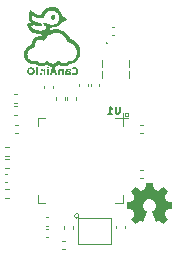
<source format=gbr>
%TF.GenerationSoftware,KiCad,Pcbnew,5.99.0-unknown-a208dac8d8~131~ubuntu20.04.1*%
%TF.CreationDate,2021-09-06T21:34:53-05:00*%
%TF.ProjectId,minimum,6d696e69-6d75-46d2-9e6b-696361645f70,rev?*%
%TF.SameCoordinates,Original*%
%TF.FileFunction,Legend,Bot*%
%TF.FilePolarity,Positive*%
%FSLAX46Y46*%
G04 Gerber Fmt 4.6, Leading zero omitted, Abs format (unit mm)*
G04 Created by KiCad (PCBNEW 5.99.0-unknown-a208dac8d8~131~ubuntu20.04.1) date 2021-09-06 21:34:53*
%MOMM*%
%LPD*%
G01*
G04 APERTURE LIST*
%ADD10C,0.150000*%
%ADD11C,0.120000*%
%ADD12C,0.100000*%
G04 APERTURE END LIST*
D10*
%TO.C,U1*%
X103327142Y-66691428D02*
X103327142Y-67177142D01*
X103298571Y-67234285D01*
X103270000Y-67262857D01*
X103212857Y-67291428D01*
X103098571Y-67291428D01*
X103041428Y-67262857D01*
X103012857Y-67234285D01*
X102984285Y-67177142D01*
X102984285Y-66691428D01*
X102384285Y-67291428D02*
X102727142Y-67291428D01*
X102555714Y-67291428D02*
X102555714Y-66691428D01*
X102612857Y-66777142D01*
X102670000Y-66834285D01*
X102727142Y-66862857D01*
D11*
X96390000Y-74860000D02*
X96390000Y-74210000D01*
X103610000Y-74860000D02*
X103610000Y-74210000D01*
X102960000Y-67640000D02*
X104010000Y-67640000D01*
X97040000Y-67640000D02*
X96390000Y-67640000D01*
X102960000Y-74860000D02*
X103610000Y-74860000D01*
X103610000Y-67240000D02*
X103610000Y-68320000D01*
X96390000Y-67640000D02*
X96390000Y-68290000D01*
X97040000Y-74860000D02*
X96390000Y-74860000D01*
X103800000Y-67450000D02*
X104000000Y-67450000D01*
X104000000Y-67450000D02*
X104000000Y-67250000D01*
X104000000Y-67250000D02*
X103800000Y-67250000D01*
X103800000Y-67250000D02*
X103800000Y-67450000D01*
%TO.C,C15*%
X98492164Y-78760000D02*
X98707836Y-78760000D01*
X98492164Y-78040000D02*
X98707836Y-78040000D01*
%TO.C,C7*%
X94607836Y-67360000D02*
X94392164Y-67360000D01*
X94607836Y-66640000D02*
X94392164Y-66640000D01*
%TO.C,C10*%
X94607836Y-66360000D02*
X94392164Y-66360000D01*
X94607836Y-65640000D02*
X94392164Y-65640000D01*
%TO.C,R10*%
X93933641Y-74410000D02*
X93626359Y-74410000D01*
X93933641Y-73650000D02*
X93626359Y-73650000D01*
%TO.C,C11*%
X97660000Y-65127836D02*
X97660000Y-64912164D01*
X96940000Y-65127836D02*
X96940000Y-64912164D01*
%TO.C,R1*%
X99670000Y-65846359D02*
X99670000Y-66153641D01*
X98910000Y-65846359D02*
X98910000Y-66153641D01*
%TO.C,C14*%
X103760000Y-76772164D02*
X103760000Y-76987836D01*
X103040000Y-76772164D02*
X103040000Y-76987836D01*
%TO.C,C1*%
X94707836Y-68240000D02*
X94492164Y-68240000D01*
X94707836Y-68960000D02*
X94492164Y-68960000D01*
%TO.C,R5*%
X98630000Y-77083641D02*
X98630000Y-76776359D01*
X99390000Y-77083641D02*
X99390000Y-76776359D01*
%TO.C,U3*%
X101869700Y-64276232D02*
X101869700Y-63642635D01*
X101869700Y-63357365D02*
X101869700Y-62723768D01*
X104130300Y-63642635D02*
X104130300Y-64276232D01*
X104130300Y-62723768D02*
X104130300Y-63357365D01*
X102323829Y-61362460D02*
G75*
G03*
X102176171Y-61362460I-73829J18860D01*
G01*
%TO.C,C12*%
X100870000Y-64947836D02*
X100870000Y-64732164D01*
X101590000Y-64947836D02*
X101590000Y-64732164D01*
%TO.C,C2*%
X93837836Y-72390000D02*
X93622164Y-72390000D01*
X93837836Y-73110000D02*
X93622164Y-73110000D01*
%TO.C,C3*%
X105092164Y-68240000D02*
X105307836Y-68240000D01*
X105092164Y-68960000D02*
X105307836Y-68960000D01*
%TO.C,C4*%
X105092164Y-72760000D02*
X105307836Y-72760000D01*
X105092164Y-72040000D02*
X105307836Y-72040000D01*
%TO.C,R2*%
X97910000Y-66153641D02*
X97910000Y-65846359D01*
X98670000Y-66153641D02*
X98670000Y-65846359D01*
%TO.C,C13*%
X97307836Y-76760000D02*
X97092164Y-76760000D01*
X97307836Y-76040000D02*
X97092164Y-76040000D01*
%TO.C,C16*%
X102662164Y-60640000D02*
X102877836Y-60640000D01*
X102662164Y-59920000D02*
X102877836Y-59920000D01*
%TO.C,R9*%
X93933641Y-70890000D02*
X93626359Y-70890000D01*
X93933641Y-70130000D02*
X93626359Y-70130000D01*
D12*
%TO.C,Y1*%
X99825000Y-78312500D02*
X102575000Y-78312500D01*
X102575000Y-78312500D02*
X102575000Y-76087500D01*
X102575000Y-76087500D02*
X99825000Y-76087500D01*
X99825000Y-76087500D02*
X99825000Y-78312500D01*
D11*
X99892354Y-75940000D02*
G75*
G03*
X99892354Y-75940000I-192354J0D01*
G01*
%TO.C,C6*%
X100630000Y-64947836D02*
X100630000Y-64732164D01*
X99910000Y-64947836D02*
X99910000Y-64732164D01*
%TO.C,C5*%
X97307836Y-77040000D02*
X97092164Y-77040000D01*
X97307836Y-77760000D02*
X97092164Y-77760000D01*
%TO.C,LOGO2*%
G36*
X105918613Y-73121197D02*
G01*
X105985721Y-73121346D01*
X106036338Y-73121847D01*
X106072928Y-73122916D01*
X106097957Y-73124765D01*
X106113891Y-73127611D01*
X106123194Y-73131667D01*
X106128333Y-73137148D01*
X106131773Y-73144269D01*
X106133124Y-73148213D01*
X106139026Y-73171441D01*
X106147635Y-73210332D01*
X106158258Y-73261580D01*
X106170203Y-73321875D01*
X106182777Y-73387908D01*
X106187468Y-73413004D01*
X106199511Y-73477108D01*
X106210311Y-73534154D01*
X106219243Y-73580865D01*
X106225680Y-73613960D01*
X106228997Y-73630161D01*
X106232391Y-73636975D01*
X106244105Y-73647469D01*
X106266056Y-73660421D01*
X106300500Y-73676980D01*
X106349695Y-73698299D01*
X106415897Y-73725529D01*
X106597751Y-73799201D01*
X106790276Y-73667929D01*
X106815773Y-73650564D01*
X106871815Y-73612534D01*
X106922634Y-73578232D01*
X106965301Y-73549625D01*
X106996891Y-73528677D01*
X107014479Y-73517354D01*
X107046156Y-73498052D01*
X107224768Y-73676361D01*
X107280582Y-73732713D01*
X107334373Y-73788890D01*
X107372788Y-73831592D01*
X107395854Y-73860850D01*
X107403597Y-73876693D01*
X107403249Y-73880042D01*
X107396440Y-73898071D01*
X107380444Y-73927393D01*
X107354617Y-73969018D01*
X107318317Y-74023956D01*
X107270899Y-74093217D01*
X107211721Y-74177811D01*
X107198247Y-74196796D01*
X107170349Y-74236125D01*
X107150764Y-74266768D01*
X107139321Y-74292715D01*
X107135849Y-74317956D01*
X107140175Y-74346481D01*
X107152129Y-74382281D01*
X107171539Y-74429345D01*
X107198234Y-74491663D01*
X107220775Y-74543945D01*
X107243265Y-74594498D01*
X107262436Y-74635922D01*
X107276771Y-74664945D01*
X107284753Y-74678294D01*
X107288448Y-74680410D01*
X107309947Y-74687348D01*
X107347198Y-74696738D01*
X107397108Y-74707872D01*
X107456584Y-74720047D01*
X107522535Y-74732555D01*
X107551008Y-74737796D01*
X107615711Y-74750035D01*
X107673310Y-74761377D01*
X107720528Y-74771153D01*
X107754093Y-74778692D01*
X107770729Y-74783325D01*
X107793984Y-74793038D01*
X107791246Y-75057335D01*
X107788507Y-75321632D01*
X107726957Y-75333334D01*
X107707361Y-75337059D01*
X107665331Y-75345044D01*
X107611390Y-75355291D01*
X107550404Y-75366875D01*
X107487242Y-75378870D01*
X107437561Y-75388688D01*
X107384419Y-75400129D01*
X107340922Y-75410536D01*
X107310588Y-75419058D01*
X107296937Y-75424845D01*
X107296563Y-75425264D01*
X107288536Y-75439757D01*
X107274545Y-75469927D01*
X107255968Y-75512615D01*
X107234182Y-75564664D01*
X107210565Y-75622914D01*
X107192413Y-75668789D01*
X107170587Y-75725936D01*
X107155814Y-75768109D01*
X107147369Y-75797627D01*
X107144530Y-75816807D01*
X107146572Y-75827969D01*
X107147303Y-75829261D01*
X107157910Y-75845905D01*
X107177940Y-75876014D01*
X107205443Y-75916697D01*
X107238467Y-75965066D01*
X107275061Y-76018232D01*
X107281281Y-76027240D01*
X107317526Y-76079996D01*
X107349955Y-76127624D01*
X107376591Y-76167195D01*
X107395462Y-76195779D01*
X107404594Y-76210448D01*
X107406674Y-76216210D01*
X107405864Y-76225285D01*
X107399620Y-76237757D01*
X107386410Y-76255458D01*
X107364702Y-76280218D01*
X107332963Y-76313870D01*
X107289660Y-76358243D01*
X107233260Y-76415171D01*
X107191866Y-76456504D01*
X107145030Y-76502513D01*
X107104286Y-76541707D01*
X107071702Y-76572127D01*
X107049346Y-76591815D01*
X107039288Y-76598813D01*
X107035903Y-76597571D01*
X107017500Y-76587118D01*
X106986019Y-76567408D01*
X106944036Y-76540107D01*
X106894129Y-76506879D01*
X106838874Y-76469387D01*
X106813081Y-76451763D01*
X106759799Y-76415573D01*
X106713008Y-76384083D01*
X106675310Y-76359028D01*
X106649306Y-76342142D01*
X106637596Y-76335161D01*
X106631317Y-76335579D01*
X106609174Y-76343297D01*
X106576453Y-76358141D01*
X106537682Y-76378162D01*
X106514686Y-76390291D01*
X106477917Y-76407920D01*
X106449367Y-76419379D01*
X106433812Y-76422627D01*
X106425071Y-76414625D01*
X106409560Y-76389272D01*
X106389669Y-76348989D01*
X106366677Y-76296188D01*
X106362095Y-76285119D01*
X106306943Y-76151921D01*
X106259089Y-76036324D01*
X106218055Y-75937055D01*
X106183364Y-75852842D01*
X106154539Y-75782413D01*
X106131102Y-75724493D01*
X106112577Y-75677813D01*
X106098485Y-75641098D01*
X106088349Y-75613076D01*
X106081693Y-75592474D01*
X106078039Y-75578021D01*
X106076910Y-75568444D01*
X106077828Y-75562470D01*
X106080317Y-75558826D01*
X106083898Y-75556241D01*
X106088095Y-75553441D01*
X106089272Y-75552543D01*
X106109297Y-75537674D01*
X106139398Y-75515724D01*
X106173533Y-75491103D01*
X106223234Y-75450925D01*
X106290763Y-75376955D01*
X106342100Y-75294104D01*
X106377068Y-75204799D01*
X106395491Y-75111468D01*
X106397192Y-75016539D01*
X106381994Y-74922437D01*
X106349723Y-74831592D01*
X106300200Y-74746431D01*
X106233250Y-74669380D01*
X106232697Y-74668853D01*
X106162951Y-74613750D01*
X106081882Y-74567967D01*
X105998131Y-74536391D01*
X105956937Y-74528458D01*
X105893229Y-74524043D01*
X105823908Y-74525707D01*
X105756709Y-74533196D01*
X105699368Y-74546253D01*
X105605553Y-74586120D01*
X105523253Y-74641767D01*
X105453987Y-74711135D01*
X105399111Y-74792218D01*
X105359984Y-74883009D01*
X105337963Y-74981501D01*
X105334407Y-75085687D01*
X105344408Y-75166942D01*
X105372865Y-75263174D01*
X105419244Y-75350003D01*
X105484005Y-75428242D01*
X105567605Y-75498702D01*
X105567914Y-75498925D01*
X105605532Y-75526431D01*
X105629159Y-75545806D01*
X105641728Y-75560463D01*
X105646172Y-75573816D01*
X105645425Y-75589278D01*
X105644365Y-75594290D01*
X105636532Y-75619218D01*
X105622367Y-75658542D01*
X105603102Y-75709007D01*
X105579967Y-75767361D01*
X105554193Y-75830352D01*
X105526201Y-75897798D01*
X105490367Y-75984272D01*
X105453372Y-76073667D01*
X105418232Y-76158697D01*
X105387962Y-76232072D01*
X105363321Y-76290930D01*
X105337070Y-76350512D01*
X105316825Y-76392096D01*
X105302195Y-76416469D01*
X105292791Y-76424419D01*
X105286661Y-76423126D01*
X105263757Y-76414125D01*
X105230401Y-76398425D01*
X105191488Y-76378255D01*
X105170308Y-76366938D01*
X105135588Y-76349031D01*
X105110008Y-76336690D01*
X105097978Y-76332092D01*
X105094204Y-76333797D01*
X105075609Y-76345081D01*
X105044007Y-76365529D01*
X105001883Y-76393501D01*
X104951722Y-76427356D01*
X104896009Y-76465453D01*
X104865290Y-76486491D01*
X104811964Y-76522536D01*
X104765349Y-76553437D01*
X104727975Y-76577548D01*
X104702372Y-76593222D01*
X104691072Y-76598813D01*
X104690619Y-76598719D01*
X104679208Y-76590239D01*
X104656192Y-76569688D01*
X104623972Y-76539455D01*
X104584950Y-76501927D01*
X104541526Y-76459493D01*
X104496102Y-76414542D01*
X104451079Y-76369462D01*
X104408858Y-76326641D01*
X104371839Y-76288469D01*
X104342424Y-76257333D01*
X104323015Y-76235622D01*
X104316011Y-76225725D01*
X104317716Y-76220902D01*
X104324600Y-76208668D01*
X104337646Y-76188009D01*
X104357789Y-76157527D01*
X104385966Y-76115829D01*
X104423113Y-76061517D01*
X104470166Y-75993197D01*
X104528059Y-75909472D01*
X104540203Y-75891400D01*
X104562019Y-75855782D01*
X104577101Y-75826716D01*
X104582732Y-75809184D01*
X104581948Y-75803318D01*
X104575131Y-75779012D01*
X104562483Y-75742021D01*
X104545440Y-75695893D01*
X104525436Y-75644178D01*
X104503905Y-75590425D01*
X104482281Y-75538183D01*
X104461999Y-75491002D01*
X104444494Y-75452430D01*
X104431199Y-75426016D01*
X104423550Y-75415310D01*
X104419080Y-75414097D01*
X104396574Y-75409209D01*
X104358480Y-75401523D01*
X104307848Y-75391637D01*
X104247731Y-75380153D01*
X104181181Y-75367670D01*
X104177545Y-75366993D01*
X104093258Y-75350765D01*
X104028261Y-75337051D01*
X103981554Y-75325605D01*
X103952138Y-75316185D01*
X103939012Y-75308546D01*
X103935828Y-75301494D01*
X103932127Y-75281261D01*
X103929399Y-75247561D01*
X103927558Y-75198634D01*
X103926517Y-75132719D01*
X103926189Y-75048058D01*
X103926109Y-75002559D01*
X103926016Y-74932123D01*
X103927046Y-74878344D01*
X103930439Y-74838717D01*
X103937433Y-74810739D01*
X103949268Y-74791906D01*
X103967184Y-74779715D01*
X103992419Y-74771663D01*
X104026214Y-74765245D01*
X104069808Y-74757959D01*
X104174171Y-74739311D01*
X104266294Y-74721952D01*
X104339950Y-74706988D01*
X104394674Y-74694520D01*
X104430001Y-74684646D01*
X104445468Y-74677466D01*
X104446807Y-74675772D01*
X104456799Y-74657882D01*
X104471981Y-74626083D01*
X104490847Y-74583999D01*
X104511893Y-74535260D01*
X104533611Y-74483492D01*
X104554496Y-74432323D01*
X104573043Y-74385381D01*
X104587745Y-74346291D01*
X104597097Y-74318683D01*
X104599593Y-74306183D01*
X104596199Y-74300262D01*
X104582496Y-74278933D01*
X104559924Y-74244849D01*
X104530142Y-74200492D01*
X104494810Y-74148342D01*
X104455586Y-74090880D01*
X104428810Y-74051580D01*
X104392476Y-73997503D01*
X104361426Y-73950402D01*
X104337264Y-73912746D01*
X104321592Y-73887007D01*
X104316011Y-73875655D01*
X104320768Y-73868334D01*
X104338331Y-73847997D01*
X104366978Y-73817063D01*
X104404753Y-73777600D01*
X104449699Y-73731677D01*
X104499857Y-73681362D01*
X104526342Y-73655128D01*
X104585316Y-73597729D01*
X104631292Y-73554720D01*
X104664879Y-73525561D01*
X104686689Y-73509711D01*
X104697333Y-73506630D01*
X104704751Y-73511412D01*
X104727749Y-73526674D01*
X104763403Y-73550538D01*
X104809227Y-73581333D01*
X104862736Y-73617392D01*
X104921443Y-73657047D01*
X105131924Y-73799377D01*
X105301007Y-73731198D01*
X105348331Y-73711812D01*
X105399066Y-73690292D01*
X105440845Y-73671756D01*
X105470289Y-73657710D01*
X105484017Y-73649660D01*
X105484340Y-73649342D01*
X105489626Y-73641590D01*
X105495290Y-73627593D01*
X105501780Y-73605355D01*
X105509543Y-73572881D01*
X105519028Y-73528175D01*
X105530680Y-73469242D01*
X105544949Y-73394086D01*
X105562281Y-73300711D01*
X105567444Y-73273372D01*
X105577908Y-73221732D01*
X105587564Y-73178715D01*
X105595515Y-73148186D01*
X105600869Y-73134011D01*
X105601178Y-73133659D01*
X105610789Y-73129483D01*
X105631821Y-73126262D01*
X105666092Y-73123911D01*
X105715420Y-73122339D01*
X105781623Y-73121461D01*
X105866518Y-73121188D01*
X105918613Y-73121197D01*
G37*
%TO.C,R8*%
X93933641Y-71090000D02*
X93626359Y-71090000D01*
X93933641Y-71850000D02*
X93626359Y-71850000D01*
%TO.C,LOGO1*%
G36*
X96125901Y-63762728D02*
G01*
X96111641Y-63815454D01*
X96090273Y-63861266D01*
X96086028Y-63868077D01*
X96051477Y-63910911D01*
X96008416Y-63946522D01*
X95958559Y-63973715D01*
X95903621Y-63991297D01*
X95900210Y-63992011D01*
X95858934Y-63997552D01*
X95812307Y-63999340D01*
X95765859Y-63997364D01*
X95725122Y-63991615D01*
X95685110Y-63980336D01*
X95633688Y-63956073D01*
X95589447Y-63922916D01*
X95552920Y-63881651D01*
X95524637Y-63833062D01*
X95505131Y-63777935D01*
X95494932Y-63717054D01*
X95494810Y-63694718D01*
X95660689Y-63694718D01*
X95669226Y-63754081D01*
X95672431Y-63766789D01*
X95688879Y-63808659D01*
X95712347Y-63841024D01*
X95743064Y-63864225D01*
X95748526Y-63867117D01*
X95767732Y-63875214D01*
X95787576Y-63879046D01*
X95813673Y-63879856D01*
X95835246Y-63878970D01*
X95855801Y-63876784D01*
X95868995Y-63873816D01*
X95882801Y-63867410D01*
X95914318Y-63843966D01*
X95938301Y-63811250D01*
X95954715Y-63769342D01*
X95963525Y-63718319D01*
X95964697Y-63658261D01*
X95964572Y-63655291D01*
X95962617Y-63623756D01*
X95959475Y-63600203D01*
X95954458Y-63580915D01*
X95946875Y-63562179D01*
X95926603Y-63526897D01*
X95900642Y-63499765D01*
X95868950Y-63482391D01*
X95830343Y-63473877D01*
X95799735Y-63473384D01*
X95760856Y-63481866D01*
X95727460Y-63500604D01*
X95700167Y-63529067D01*
X95679602Y-63566728D01*
X95666386Y-63613058D01*
X95662838Y-63635920D01*
X95660689Y-63694718D01*
X95494810Y-63694718D01*
X95494573Y-63651205D01*
X95497434Y-63622447D01*
X95510649Y-63559908D01*
X95532879Y-63505232D01*
X95564070Y-63458490D01*
X95604166Y-63419755D01*
X95653112Y-63389099D01*
X95710853Y-63366594D01*
X95731602Y-63362058D01*
X95765450Y-63358110D01*
X95804045Y-63356234D01*
X95843425Y-63356489D01*
X95879624Y-63358934D01*
X95908680Y-63363629D01*
X95924157Y-63367816D01*
X95977485Y-63389623D01*
X96025073Y-63420855D01*
X96065332Y-63460303D01*
X96096672Y-63506756D01*
X96110856Y-63538566D01*
X96125531Y-63591009D01*
X96132896Y-63647712D01*
X96132915Y-63658261D01*
X96133003Y-63705883D01*
X96125901Y-63762728D01*
G37*
G36*
X97339981Y-63460203D02*
G01*
X97189970Y-63460203D01*
X97189970Y-63340193D01*
X97339981Y-63340193D01*
X97339981Y-63460203D01*
G37*
G36*
X96415909Y-63988244D02*
G01*
X96253896Y-63988244D01*
X96253896Y-63364195D01*
X96415909Y-63364195D01*
X96415909Y-63988244D01*
G37*
G36*
X99211165Y-63899087D02*
G01*
X99198755Y-63926262D01*
X99175376Y-63955250D01*
X99144957Y-63978881D01*
X99110160Y-63994639D01*
X99105478Y-63995876D01*
X99080063Y-63999104D01*
X99049161Y-63999229D01*
X99017662Y-63996406D01*
X98990460Y-63990792D01*
X98962632Y-63978884D01*
X98929366Y-63953968D01*
X98900104Y-63926598D01*
X98900104Y-63988244D01*
X98742970Y-63988244D01*
X98745373Y-63821731D01*
X98745632Y-63804144D01*
X98746067Y-63778228D01*
X98900104Y-63778228D01*
X98900104Y-63803203D01*
X98902317Y-63821741D01*
X98912718Y-63849152D01*
X98929506Y-63872734D01*
X98950310Y-63888456D01*
X98961574Y-63892720D01*
X98988403Y-63897453D01*
X99015766Y-63896747D01*
X99038115Y-63890473D01*
X99050374Y-63881175D01*
X99061919Y-63862273D01*
X99066335Y-63839999D01*
X99063052Y-63818181D01*
X99051499Y-63800650D01*
X99045527Y-63796234D01*
X99021792Y-63786464D01*
X98988366Y-63780377D01*
X98946608Y-63778261D01*
X98900104Y-63778228D01*
X98746067Y-63778228D01*
X98746405Y-63758043D01*
X98747253Y-63721812D01*
X98748301Y-63693851D01*
X98749673Y-63672554D01*
X98751494Y-63656321D01*
X98753889Y-63643548D01*
X98756981Y-63632632D01*
X98760896Y-63621971D01*
X98768434Y-63605489D01*
X98793257Y-63570821D01*
X98827260Y-63543876D01*
X98870433Y-63524656D01*
X98922770Y-63513163D01*
X98984262Y-63509402D01*
X99054903Y-63513374D01*
X99079307Y-63516132D01*
X99108823Y-63520006D01*
X99133706Y-63523847D01*
X99150296Y-63527129D01*
X99176126Y-63533633D01*
X99176126Y-63590567D01*
X99175995Y-63614058D01*
X99175283Y-63631634D01*
X99173586Y-63640965D01*
X99170501Y-63644064D01*
X99165625Y-63642939D01*
X99142784Y-63633417D01*
X99114351Y-63623571D01*
X99087416Y-63617588D01*
X99057497Y-63614566D01*
X99020114Y-63613601D01*
X98993616Y-63613962D01*
X98957122Y-63617193D01*
X98930585Y-63624171D01*
X98912944Y-63635420D01*
X98903137Y-63651463D01*
X98900104Y-63672825D01*
X98900104Y-63688221D01*
X98964609Y-63688266D01*
X98975557Y-63688329D01*
X99035756Y-63691131D01*
X99085790Y-63698283D01*
X99126638Y-63710054D01*
X99159275Y-63726710D01*
X99184677Y-63748518D01*
X99186471Y-63750556D01*
X99205477Y-63781342D01*
X99216265Y-63818268D01*
X99217381Y-63839999D01*
X99218329Y-63858471D01*
X99211165Y-63899087D01*
G37*
G36*
X98312921Y-63511738D02*
G01*
X98354064Y-63517914D01*
X98392144Y-63533540D01*
X98430089Y-63559727D01*
X98456069Y-63581016D01*
X98456069Y-63520208D01*
X98606081Y-63520208D01*
X98606081Y-63988244D01*
X98456069Y-63988244D01*
X98456036Y-63854734D01*
X98456006Y-63842105D01*
X98455552Y-63801581D01*
X98454612Y-63764934D01*
X98453270Y-63734194D01*
X98451608Y-63711391D01*
X98449708Y-63698558D01*
X98444568Y-63684226D01*
X98428681Y-63658965D01*
X98407397Y-63639874D01*
X98382915Y-63627842D01*
X98357434Y-63623759D01*
X98333152Y-63628512D01*
X98312270Y-63642992D01*
X98306078Y-63650722D01*
X98300470Y-63661447D01*
X98296161Y-63675663D01*
X98292985Y-63694789D01*
X98290778Y-63720241D01*
X98289374Y-63753437D01*
X98288609Y-63795796D01*
X98288317Y-63848733D01*
X98288056Y-63988244D01*
X98137242Y-63988244D01*
X98139143Y-63809730D01*
X98139213Y-63803163D01*
X98139787Y-63753330D01*
X98140393Y-63713818D01*
X98141148Y-63683120D01*
X98142166Y-63659732D01*
X98143564Y-63642148D01*
X98145458Y-63628865D01*
X98147961Y-63618376D01*
X98151191Y-63609178D01*
X98155263Y-63599764D01*
X98158785Y-63592509D01*
X98180194Y-63561018D01*
X98207513Y-63535752D01*
X98237768Y-63519600D01*
X98253501Y-63515843D01*
X98277680Y-63512734D01*
X98303057Y-63511538D01*
X98312921Y-63511738D01*
G37*
G36*
X98843874Y-59293685D02*
G01*
X98840343Y-59307994D01*
X98831431Y-59322471D01*
X98817445Y-59339047D01*
X98800269Y-59355560D01*
X98767562Y-59380442D01*
X98724325Y-59408134D01*
X98671126Y-59438317D01*
X98608533Y-59470672D01*
X98537114Y-59504883D01*
X98457436Y-59540630D01*
X98389797Y-59570083D01*
X98366763Y-59617493D01*
X98356766Y-59636842D01*
X98316412Y-59698324D01*
X98265734Y-59754881D01*
X98205332Y-59806232D01*
X98135803Y-59852097D01*
X98057747Y-59892193D01*
X97971762Y-59926240D01*
X97878446Y-59953956D01*
X97778397Y-59975060D01*
X97672216Y-59989272D01*
X97560499Y-59996309D01*
X97447990Y-59999613D01*
X97447835Y-60018273D01*
X97446214Y-60032928D01*
X97439449Y-60059769D01*
X97428612Y-60090697D01*
X97415003Y-60122132D01*
X97399917Y-60150493D01*
X97393300Y-60161089D01*
X97355449Y-60211135D01*
X97307627Y-60260710D01*
X97251466Y-60308519D01*
X97188597Y-60353269D01*
X97120653Y-60393668D01*
X97049265Y-60428420D01*
X97033408Y-60435392D01*
X97006508Y-60448209D01*
X96986230Y-60460275D01*
X96969445Y-60473954D01*
X96953019Y-60491613D01*
X96933821Y-60515616D01*
X96907023Y-60550263D01*
X96932987Y-60546740D01*
X96940510Y-60545696D01*
X96962448Y-60541898D01*
X96979327Y-60536647D01*
X96994537Y-60528186D01*
X97011463Y-60514759D01*
X97033493Y-60494609D01*
X97036644Y-60491664D01*
X97135465Y-60407316D01*
X97239387Y-60333594D01*
X97348039Y-60270667D01*
X97461053Y-60218708D01*
X97578058Y-60177886D01*
X97698684Y-60148372D01*
X97822561Y-60130338D01*
X97915477Y-60124838D01*
X98034834Y-60128110D01*
X98152867Y-60142729D01*
X98268826Y-60168325D01*
X98381958Y-60204529D01*
X98491513Y-60250972D01*
X98596738Y-60307285D01*
X98696883Y-60373099D01*
X98791195Y-60448046D01*
X98878924Y-60531755D01*
X98959317Y-60623859D01*
X99031623Y-60723987D01*
X99043732Y-60743414D01*
X99059236Y-60769968D01*
X99076048Y-60800062D01*
X99093127Y-60831703D01*
X99109432Y-60862898D01*
X99123925Y-60891655D01*
X99135564Y-60915981D01*
X99143310Y-60933884D01*
X99146124Y-60943370D01*
X99146928Y-60945669D01*
X99155794Y-60952284D01*
X99171626Y-60958003D01*
X99242297Y-60978409D01*
X99348998Y-61019235D01*
X99450427Y-61070479D01*
X99545886Y-61131624D01*
X99634676Y-61202150D01*
X99716098Y-61281539D01*
X99789456Y-61369273D01*
X99854050Y-61464832D01*
X99854815Y-61466101D01*
X99905810Y-61562246D01*
X99946260Y-61663035D01*
X99976180Y-61767420D01*
X99995585Y-61874356D01*
X100004488Y-61982796D01*
X100003771Y-62032090D01*
X100002905Y-62091695D01*
X99990850Y-62200007D01*
X99968338Y-62306685D01*
X99935382Y-62410684D01*
X99891998Y-62510957D01*
X99838201Y-62606459D01*
X99780929Y-62687753D01*
X99709514Y-62770865D01*
X99630232Y-62846811D01*
X99544206Y-62914794D01*
X99452559Y-62974017D01*
X99356414Y-63023683D01*
X99256895Y-63062995D01*
X99155124Y-63091156D01*
X99136006Y-63095863D01*
X99109001Y-63105224D01*
X99092119Y-63115331D01*
X99084173Y-63122166D01*
X99058740Y-63141170D01*
X99027068Y-63162137D01*
X98992496Y-63183014D01*
X98958365Y-63201746D01*
X98928015Y-63216279D01*
X98916347Y-63221177D01*
X98828239Y-63251214D01*
X98738152Y-63270235D01*
X98647233Y-63278334D01*
X98556633Y-63275605D01*
X98467500Y-63262143D01*
X98380982Y-63238041D01*
X98298229Y-63203394D01*
X98220390Y-63158295D01*
X98179970Y-63131190D01*
X98154507Y-63152635D01*
X98152846Y-63154028D01*
X98082836Y-63204999D01*
X98004658Y-63247997D01*
X97919502Y-63282538D01*
X97828557Y-63308136D01*
X97733012Y-63324308D01*
X97707834Y-63326407D01*
X97645213Y-63325997D01*
X97578215Y-63318839D01*
X97510250Y-63305535D01*
X97444725Y-63286687D01*
X97385049Y-63262895D01*
X97353026Y-63246881D01*
X97283539Y-63203760D01*
X97222018Y-63152639D01*
X97185061Y-63117322D01*
X97130016Y-63150506D01*
X97102844Y-63166085D01*
X97019926Y-63204638D01*
X96933362Y-63232406D01*
X96844290Y-63249421D01*
X96753852Y-63255716D01*
X96663185Y-63251322D01*
X96573430Y-63236273D01*
X96485726Y-63210600D01*
X96401212Y-63174337D01*
X96321028Y-63127515D01*
X96280278Y-63100175D01*
X96151578Y-63100150D01*
X96111350Y-63099846D01*
X96042993Y-63097484D01*
X95982626Y-63092436D01*
X95927738Y-63084286D01*
X95875820Y-63072618D01*
X95824363Y-63057017D01*
X95770858Y-63037066D01*
X95715071Y-63012246D01*
X95628680Y-62963608D01*
X95548676Y-62905604D01*
X95475871Y-62839100D01*
X95411074Y-62764961D01*
X95355097Y-62684054D01*
X95308751Y-62597243D01*
X95272846Y-62505394D01*
X95263019Y-62472988D01*
X95246127Y-62400227D01*
X95236482Y-62325834D01*
X95235496Y-62299984D01*
X95531044Y-62299984D01*
X95535612Y-62355442D01*
X95544871Y-62404120D01*
X95547343Y-62413141D01*
X95574479Y-62487904D01*
X95611943Y-62558984D01*
X95658543Y-62624883D01*
X95713085Y-62684100D01*
X95774376Y-62735135D01*
X95841221Y-62776490D01*
X95853754Y-62782938D01*
X95886299Y-62798713D01*
X95916815Y-62811574D01*
X95947055Y-62821847D01*
X95978773Y-62829861D01*
X96013722Y-62835943D01*
X96053655Y-62840423D01*
X96100326Y-62843627D01*
X96155488Y-62845884D01*
X96220893Y-62847522D01*
X96243892Y-62847977D01*
X96291846Y-62848941D01*
X96330026Y-62849983D01*
X96360004Y-62851444D01*
X96383352Y-62853664D01*
X96401640Y-62856984D01*
X96416442Y-62861746D01*
X96429329Y-62868291D01*
X96441873Y-62876958D01*
X96455645Y-62888089D01*
X96472218Y-62902025D01*
X96481640Y-62909664D01*
X96539550Y-62947899D01*
X96602445Y-62976185D01*
X96668876Y-62994535D01*
X96737390Y-63002962D01*
X96806538Y-63001478D01*
X96874867Y-62990098D01*
X96940929Y-62968834D01*
X97003271Y-62937699D01*
X97060443Y-62896707D01*
X97080813Y-62879916D01*
X97101233Y-62865449D01*
X97120321Y-62856185D01*
X97141405Y-62850990D01*
X97167814Y-62848735D01*
X97202877Y-62848286D01*
X97228317Y-62848648D01*
X97260491Y-62850977D01*
X97285888Y-62856482D01*
X97307660Y-62866326D01*
X97328957Y-62881673D01*
X97352931Y-62903686D01*
X97374439Y-62923478D01*
X97435410Y-62968472D01*
X97502833Y-63003383D01*
X97576460Y-63028073D01*
X97606089Y-63034047D01*
X97654954Y-63039119D01*
X97706474Y-63039883D01*
X97756034Y-63036333D01*
X97799018Y-63028460D01*
X97824332Y-63021063D01*
X97895702Y-62991872D01*
X97963815Y-62951358D01*
X98028131Y-62899824D01*
X98029609Y-62898474D01*
X98052198Y-62878874D01*
X98071822Y-62865112D01*
X98091468Y-62856172D01*
X98114126Y-62851042D01*
X98142784Y-62848708D01*
X98180429Y-62848155D01*
X98191368Y-62848185D01*
X98222307Y-62848834D01*
X98244185Y-62850515D01*
X98259266Y-62853477D01*
X98269816Y-62857969D01*
X98275353Y-62861753D01*
X98290161Y-62876488D01*
X98301532Y-62893802D01*
X98306186Y-62909085D01*
X98310268Y-62917597D01*
X98323855Y-62930485D01*
X98345145Y-62945549D01*
X98372249Y-62961676D01*
X98403276Y-62977753D01*
X98436336Y-62992667D01*
X98469541Y-63005305D01*
X98492113Y-63012634D01*
X98515462Y-63018802D01*
X98538736Y-63022794D01*
X98565960Y-63025273D01*
X98601158Y-63026899D01*
X98638206Y-63027459D01*
X98687015Y-63024880D01*
X98730463Y-63017558D01*
X98772218Y-63004792D01*
X98815946Y-62985883D01*
X98823422Y-62982173D01*
X98858750Y-62962393D01*
X98893064Y-62939916D01*
X98922975Y-62917093D01*
X98945094Y-62896275D01*
X98946946Y-62894261D01*
X98959175Y-62883460D01*
X98974403Y-62874853D01*
X98994869Y-62867620D01*
X99022811Y-62860941D01*
X99060466Y-62853996D01*
X99095009Y-62847484D01*
X99187692Y-62822859D01*
X99273420Y-62788762D01*
X99353004Y-62744767D01*
X99427258Y-62690449D01*
X99496993Y-62625383D01*
X99541786Y-62574802D01*
X99598782Y-62495676D01*
X99645182Y-62411246D01*
X99680770Y-62322093D01*
X99705325Y-62228796D01*
X99718630Y-62131935D01*
X99720467Y-62032090D01*
X99720278Y-62027515D01*
X99712315Y-61939438D01*
X99695886Y-61857237D01*
X99670151Y-61777649D01*
X99634269Y-61697410D01*
X99633783Y-61696451D01*
X99589952Y-61619733D01*
X99539124Y-61549864D01*
X99478797Y-61483400D01*
X99406643Y-61418422D01*
X99329151Y-61363226D01*
X99246448Y-61318401D01*
X99157532Y-61283406D01*
X99061400Y-61257696D01*
X99030739Y-61250741D01*
X98995247Y-61240335D01*
X98968010Y-61227812D01*
X98946845Y-61211327D01*
X98929565Y-61189033D01*
X98913986Y-61159086D01*
X98897924Y-61119640D01*
X98864213Y-61038448D01*
X98814995Y-60941591D01*
X98759004Y-60853636D01*
X98695508Y-60773580D01*
X98623776Y-60700421D01*
X98543076Y-60633155D01*
X98541114Y-60631675D01*
X98455157Y-60574387D01*
X98362895Y-60526722D01*
X98265514Y-60488939D01*
X98164196Y-60461298D01*
X98060125Y-60444060D01*
X97954487Y-60437484D01*
X97848464Y-60441832D01*
X97743241Y-60457363D01*
X97719149Y-60462773D01*
X97661400Y-60478988D01*
X97600108Y-60499990D01*
X97539528Y-60524255D01*
X97483912Y-60550259D01*
X97397624Y-60599605D01*
X97307999Y-60663519D01*
X97225649Y-60736245D01*
X97151432Y-60816931D01*
X97086210Y-60904725D01*
X97030843Y-60998778D01*
X97017919Y-61021318D01*
X96988417Y-61058575D01*
X96954379Y-61084728D01*
X96915786Y-61099790D01*
X96872622Y-61103771D01*
X96869972Y-61103646D01*
X96845199Y-61098327D01*
X96820348Y-61084235D01*
X96778978Y-61059163D01*
X96725322Y-61036218D01*
X96668139Y-61020531D01*
X96624384Y-61014327D01*
X96558134Y-61014267D01*
X96493580Y-61024900D01*
X96431773Y-61045436D01*
X96373760Y-61075086D01*
X96320591Y-61113058D01*
X96273316Y-61158563D01*
X96232984Y-61210810D01*
X96200645Y-61269009D01*
X96177347Y-61332369D01*
X96164141Y-61400101D01*
X96163219Y-61409234D01*
X96162384Y-61447726D01*
X96167504Y-61484966D01*
X96172792Y-61515083D01*
X96175393Y-61557820D01*
X96170163Y-61593700D01*
X96156779Y-61624377D01*
X96134917Y-61651505D01*
X96116939Y-61668430D01*
X96098963Y-61681990D01*
X96080233Y-61690946D01*
X96057006Y-61697026D01*
X96025536Y-61701956D01*
X95975056Y-61711260D01*
X95899440Y-61734794D01*
X95827180Y-61768740D01*
X95759897Y-61812149D01*
X95699215Y-61864072D01*
X95646756Y-61923560D01*
X95631177Y-61945769D01*
X95604847Y-61990345D01*
X95580348Y-62039969D01*
X95559736Y-62090326D01*
X95545065Y-62137099D01*
X95535970Y-62185778D01*
X95531164Y-62242008D01*
X95531044Y-62299984D01*
X95235496Y-62299984D01*
X95233415Y-62245401D01*
X95235408Y-62180147D01*
X95244684Y-62098378D01*
X95262045Y-62020864D01*
X95288054Y-61944495D01*
X95316742Y-61879600D01*
X95365796Y-61791620D01*
X95423444Y-61710370D01*
X95488893Y-61636622D01*
X95561352Y-61571149D01*
X95640028Y-61514727D01*
X95724128Y-61468127D01*
X95812861Y-61432123D01*
X95860865Y-61416024D01*
X95862359Y-61392531D01*
X95863365Y-61378466D01*
X95876476Y-61282951D01*
X95900267Y-61192752D01*
X95934853Y-61107510D01*
X95980350Y-61026869D01*
X95987754Y-61015875D01*
X96020768Y-60972976D01*
X96060509Y-60928611D01*
X96103939Y-60885822D01*
X96148020Y-60847652D01*
X96189715Y-60817145D01*
X96220921Y-60797923D01*
X96303421Y-60756629D01*
X96389525Y-60726736D01*
X96479026Y-60708276D01*
X96571719Y-60701285D01*
X96667397Y-60705797D01*
X96765854Y-60721845D01*
X96771233Y-60722975D01*
X96779002Y-60723076D01*
X96780842Y-60717132D01*
X96778631Y-60702265D01*
X96774354Y-60685359D01*
X96760444Y-60653336D01*
X96741052Y-60624074D01*
X96718932Y-60602193D01*
X96707335Y-60594015D01*
X96686267Y-60581202D01*
X96662899Y-60569861D01*
X96635855Y-60559601D01*
X96603759Y-60550030D01*
X96565234Y-60540757D01*
X96518905Y-60531393D01*
X96463394Y-60521544D01*
X96397325Y-60510821D01*
X96326117Y-60499145D01*
X96259084Y-60486904D01*
X96200335Y-60474567D01*
X96147956Y-60461661D01*
X96100033Y-60447710D01*
X96054651Y-60432240D01*
X96009896Y-60414777D01*
X95947856Y-60386076D01*
X95866500Y-60337575D01*
X95792932Y-60279961D01*
X95727199Y-60213281D01*
X95669348Y-60137585D01*
X95619423Y-60052921D01*
X95577471Y-59959337D01*
X95564774Y-59925861D01*
X95552393Y-59890617D01*
X95863597Y-59890617D01*
X95874232Y-59908841D01*
X95880699Y-59918758D01*
X95899783Y-59942877D01*
X95925819Y-59971727D01*
X95957047Y-60003676D01*
X95991708Y-60037092D01*
X96028041Y-60070343D01*
X96064286Y-60101797D01*
X96098682Y-60129822D01*
X96129470Y-60152786D01*
X96154888Y-60169056D01*
X96158696Y-60171128D01*
X96196733Y-60187607D01*
X96245690Y-60202705D01*
X96304649Y-60216209D01*
X96372695Y-60227905D01*
X96448911Y-60237578D01*
X96481492Y-60240529D01*
X96526541Y-60243393D01*
X96574989Y-60245434D01*
X96623767Y-60246584D01*
X96669806Y-60246775D01*
X96710038Y-60245941D01*
X96741395Y-60244013D01*
X96750666Y-60242999D01*
X96813020Y-60230710D01*
X96878322Y-60209306D01*
X96944118Y-60180001D01*
X97007956Y-60144009D01*
X97067381Y-60102542D01*
X97119940Y-60056814D01*
X97161271Y-60016214D01*
X97145418Y-59997374D01*
X97139421Y-59990522D01*
X97125185Y-59974821D01*
X97105691Y-59953673D01*
X97082689Y-59928973D01*
X97057929Y-59902617D01*
X97033767Y-59876645D01*
X96999320Y-59838351D01*
X96967281Y-59801293D01*
X96938854Y-59766935D01*
X96915238Y-59736742D01*
X96897637Y-59712175D01*
X96887250Y-59694700D01*
X96885159Y-59689989D01*
X96878073Y-59660337D01*
X96880979Y-59632078D01*
X96893661Y-59608144D01*
X96898777Y-59602288D01*
X96916719Y-59586156D01*
X96936538Y-59576726D01*
X96961444Y-59572899D01*
X96994648Y-59573575D01*
X96999244Y-59573920D01*
X97028928Y-59577918D01*
X97061966Y-59585481D01*
X97099773Y-59597081D01*
X97143766Y-59613190D01*
X97195361Y-59634282D01*
X97255975Y-59660830D01*
X97296680Y-59678703D01*
X97352781Y-59701435D01*
X97403145Y-59718775D01*
X97450486Y-59731278D01*
X97497520Y-59739496D01*
X97546962Y-59743984D01*
X97601528Y-59745294D01*
X97663931Y-59743980D01*
X97706622Y-59741721D01*
X97784687Y-59733013D01*
X97853585Y-59718296D01*
X97914406Y-59697049D01*
X97968241Y-59668750D01*
X98016183Y-59632880D01*
X98059320Y-59588917D01*
X98098744Y-59536340D01*
X98102615Y-59530441D01*
X98142934Y-59457373D01*
X98173165Y-59379096D01*
X98193136Y-59297058D01*
X98194064Y-59288857D01*
X98469209Y-59288857D01*
X98477500Y-59304447D01*
X98483512Y-59310225D01*
X98488040Y-59313876D01*
X98488086Y-59313879D01*
X98494329Y-59315451D01*
X98507174Y-59319045D01*
X98519986Y-59320659D01*
X98544758Y-59318293D01*
X98573115Y-59311374D01*
X98601230Y-59301138D01*
X98625277Y-59288821D01*
X98641430Y-59275661D01*
X98641659Y-59275382D01*
X98644560Y-59268900D01*
X98639884Y-59262830D01*
X98625837Y-59254767D01*
X98619342Y-59251718D01*
X98592796Y-59242568D01*
X98562836Y-59235896D01*
X98534217Y-59232587D01*
X98511691Y-59233525D01*
X98494559Y-59240043D01*
X98479175Y-59253676D01*
X98470246Y-59270940D01*
X98469209Y-59288857D01*
X98194064Y-59288857D01*
X98202676Y-59212707D01*
X98201613Y-59127492D01*
X98189776Y-59042861D01*
X98166992Y-58960263D01*
X98160561Y-58942647D01*
X98126205Y-58867206D01*
X98083460Y-58798121D01*
X98033227Y-58736271D01*
X97976407Y-58682534D01*
X97913900Y-58637788D01*
X97846609Y-58602910D01*
X97775435Y-58578779D01*
X97773238Y-58578227D01*
X97721401Y-58567646D01*
X97663866Y-58559921D01*
X97602808Y-58555029D01*
X97540402Y-58552947D01*
X97478823Y-58553652D01*
X97420244Y-58557123D01*
X97366841Y-58563335D01*
X97320788Y-58572267D01*
X97284260Y-58583896D01*
X97283711Y-58584126D01*
X97241179Y-58606960D01*
X97196890Y-58639715D01*
X97152312Y-58680779D01*
X97108910Y-58728541D01*
X97068151Y-58781387D01*
X97031502Y-58837707D01*
X97000430Y-58895887D01*
X96996886Y-58903810D01*
X96987215Y-58927940D01*
X96975314Y-58960071D01*
X96962026Y-58997831D01*
X96948196Y-59038852D01*
X96934664Y-59080762D01*
X96926156Y-59107659D01*
X96914673Y-59143632D01*
X96904680Y-59174545D01*
X96896702Y-59198800D01*
X96891259Y-59214799D01*
X96888874Y-59220941D01*
X96887800Y-59221225D01*
X96877387Y-59221523D01*
X96857539Y-59221156D01*
X96830130Y-59220219D01*
X96797036Y-59218806D01*
X96760131Y-59217011D01*
X96721288Y-59214928D01*
X96682383Y-59212652D01*
X96645289Y-59210277D01*
X96611882Y-59207897D01*
X96584036Y-59205607D01*
X96574886Y-59204745D01*
X96515064Y-59197285D01*
X96457829Y-59186553D01*
X96401488Y-59171929D01*
X96344347Y-59152791D01*
X96284710Y-59128519D01*
X96220883Y-59098491D01*
X96151172Y-59062088D01*
X96073882Y-59018687D01*
X96043221Y-59001076D01*
X96011860Y-58983224D01*
X95984333Y-58967716D01*
X95962819Y-58955782D01*
X95949500Y-58948649D01*
X95924127Y-58935734D01*
X95920159Y-58951542D01*
X95919229Y-58959505D01*
X95918521Y-58978464D01*
X95918330Y-59005259D01*
X95918668Y-59037577D01*
X95919548Y-59073108D01*
X95922400Y-59129523D01*
X95928821Y-59189730D01*
X95938985Y-59241299D01*
X95953464Y-59285914D01*
X95972827Y-59325260D01*
X95997645Y-59361022D01*
X96028489Y-59394883D01*
X96038325Y-59404276D01*
X96065499Y-59427337D01*
X96095257Y-59448118D01*
X96128925Y-59467196D01*
X96167830Y-59485147D01*
X96213300Y-59502547D01*
X96266660Y-59519972D01*
X96329240Y-59537998D01*
X96402364Y-59557201D01*
X96464687Y-59573722D01*
X96535176Y-59594741D01*
X96595063Y-59615703D01*
X96645126Y-59636946D01*
X96686145Y-59658809D01*
X96718898Y-59681629D01*
X96744164Y-59705746D01*
X96753602Y-59717737D01*
X96769452Y-59748775D01*
X96774479Y-59780338D01*
X96768588Y-59810738D01*
X96751683Y-59838288D01*
X96726942Y-59859182D01*
X96690475Y-59875849D01*
X96644918Y-59885642D01*
X96590676Y-59888543D01*
X96528156Y-59884531D01*
X96457764Y-59873589D01*
X96379906Y-59855696D01*
X96367841Y-59852542D01*
X96302079Y-59835887D01*
X96246000Y-59822869D01*
X96198143Y-59813365D01*
X96157047Y-59807246D01*
X96121253Y-59804386D01*
X96089300Y-59804660D01*
X96059726Y-59807942D01*
X96031072Y-59814104D01*
X96001876Y-59823020D01*
X95991549Y-59826704D01*
X95959986Y-59839355D01*
X95929071Y-59853453D01*
X95904234Y-59866574D01*
X95863597Y-59890617D01*
X95552393Y-59890617D01*
X95549501Y-59882385D01*
X95538414Y-59845294D01*
X95530848Y-59811945D01*
X95526134Y-59779698D01*
X95523607Y-59745910D01*
X95523364Y-59740647D01*
X95522386Y-59713598D01*
X95522648Y-59695130D01*
X95524538Y-59682312D01*
X95528446Y-59672213D01*
X95534760Y-59661904D01*
X95537357Y-59658180D01*
X95553096Y-59641046D01*
X95573135Y-59628387D01*
X95599367Y-59619525D01*
X95633685Y-59613778D01*
X95677982Y-59610467D01*
X95686985Y-59610026D01*
X95730677Y-59607116D01*
X95766425Y-59603383D01*
X95793214Y-59598986D01*
X95810031Y-59594084D01*
X95815861Y-59588836D01*
X95815102Y-59586053D01*
X95808943Y-59575097D01*
X95798618Y-59560759D01*
X95784496Y-59541762D01*
X95751088Y-59487997D01*
X95719798Y-59425438D01*
X95691495Y-59356336D01*
X95667047Y-59282940D01*
X95647324Y-59207502D01*
X95633194Y-59132271D01*
X95630692Y-59112862D01*
X95626829Y-59067007D01*
X95624636Y-59015644D01*
X95624119Y-58962250D01*
X95625284Y-58910302D01*
X95628137Y-58863280D01*
X95632683Y-58824659D01*
X95636825Y-58801343D01*
X95653757Y-58730026D01*
X95676280Y-58660867D01*
X95703246Y-58597083D01*
X95733509Y-58541889D01*
X95749283Y-58516960D01*
X95775032Y-58522746D01*
X95791115Y-58527437D01*
X95826064Y-58542584D01*
X95868235Y-58566065D01*
X95917059Y-58597552D01*
X95971966Y-58636713D01*
X96004875Y-58660929D01*
X96084116Y-58717092D01*
X96157259Y-58765422D01*
X96225744Y-58806656D01*
X96291007Y-58841532D01*
X96354488Y-58870787D01*
X96417625Y-58895157D01*
X96481856Y-58915379D01*
X96548620Y-58932191D01*
X96571816Y-58937077D01*
X96603289Y-58942852D01*
X96631370Y-58947110D01*
X96651930Y-58949173D01*
X96686936Y-58950848D01*
X96712535Y-58878842D01*
X96740116Y-58808254D01*
X96788196Y-58709287D01*
X96844090Y-58618660D01*
X96907426Y-58536704D01*
X96977837Y-58463746D01*
X97054953Y-58400116D01*
X97138405Y-58346143D01*
X97227823Y-58302156D01*
X97322840Y-58268484D01*
X97423084Y-58245456D01*
X97469733Y-58239135D01*
X97538322Y-58234395D01*
X97609885Y-58233868D01*
X97679700Y-58237555D01*
X97743046Y-58245456D01*
X97807267Y-58258786D01*
X97903269Y-58287822D01*
X97994714Y-58326572D01*
X98080611Y-58374385D01*
X98159970Y-58430610D01*
X98231800Y-58494599D01*
X98295112Y-58565699D01*
X98348914Y-58643262D01*
X98378891Y-58699035D01*
X98405699Y-58761005D01*
X98427957Y-58825322D01*
X98444400Y-58888330D01*
X98453763Y-58946370D01*
X98456258Y-58967257D01*
X98459474Y-58987138D01*
X98462481Y-58999564D01*
X98462644Y-58999968D01*
X98471492Y-59008992D01*
X98490091Y-59020233D01*
X98516675Y-59032914D01*
X98549479Y-59046258D01*
X98586738Y-59059488D01*
X98626685Y-59071828D01*
X98657167Y-59081130D01*
X98692951Y-59094891D01*
X98721682Y-59110948D01*
X98746241Y-59131398D01*
X98769511Y-59158338D01*
X98794373Y-59193867D01*
X98798060Y-59199490D01*
X98806506Y-59212707D01*
X98819119Y-59232446D01*
X98833570Y-59257843D01*
X98838128Y-59268900D01*
X98841719Y-59277612D01*
X98843874Y-59293685D01*
G37*
G36*
X98004758Y-63818024D02*
G01*
X98021865Y-63864396D01*
X98036732Y-63904800D01*
X98048971Y-63938179D01*
X98058194Y-63963477D01*
X98064013Y-63979638D01*
X98066039Y-63985607D01*
X98065660Y-63985863D01*
X98057335Y-63986797D01*
X98039759Y-63987553D01*
X98015128Y-63988060D01*
X97985635Y-63988244D01*
X97905232Y-63988244D01*
X97885127Y-63931251D01*
X97865023Y-63874258D01*
X97741080Y-63874247D01*
X97617138Y-63874235D01*
X97598569Y-63925553D01*
X97594568Y-63936744D01*
X97587099Y-63958474D01*
X97581931Y-63974704D01*
X97580000Y-63982558D01*
X97579888Y-63982883D01*
X97572681Y-63985043D01*
X97555500Y-63986739D01*
X97530128Y-63987847D01*
X97498343Y-63988244D01*
X97416687Y-63988244D01*
X97420173Y-63974743D01*
X97420780Y-63972785D01*
X97425058Y-63960489D01*
X97432956Y-63938486D01*
X97444074Y-63907876D01*
X97458008Y-63869760D01*
X97474357Y-63825236D01*
X97492716Y-63775405D01*
X97501096Y-63752726D01*
X97659338Y-63752726D01*
X97660197Y-63755289D01*
X97667238Y-63757637D01*
X97682179Y-63759159D01*
X97706383Y-63759980D01*
X97741216Y-63760227D01*
X97825710Y-63760227D01*
X97786022Y-63644717D01*
X97783318Y-63636860D01*
X97771313Y-63602369D01*
X97760588Y-63572151D01*
X97751788Y-63547979D01*
X97745554Y-63531626D01*
X97742531Y-63524865D01*
X97742248Y-63524801D01*
X97738637Y-63530745D01*
X97732004Y-63546153D01*
X97722985Y-63569397D01*
X97712219Y-63598848D01*
X97700341Y-63632874D01*
X97698744Y-63637548D01*
X97686932Y-63672110D01*
X97676447Y-63702773D01*
X97667928Y-63727673D01*
X97662013Y-63744946D01*
X97659338Y-63752726D01*
X97501096Y-63752726D01*
X97512684Y-63721366D01*
X97533858Y-63664219D01*
X97644056Y-63367196D01*
X97740401Y-63365550D01*
X97836745Y-63363904D01*
X97842754Y-63380551D01*
X97843372Y-63382248D01*
X97847869Y-63394454D01*
X97855985Y-63416416D01*
X97867307Y-63447009D01*
X97881416Y-63485108D01*
X97897896Y-63529589D01*
X97916331Y-63579329D01*
X97936305Y-63633202D01*
X97957400Y-63690083D01*
X97965378Y-63711598D01*
X97983388Y-63760227D01*
X97985800Y-63766739D01*
X98004758Y-63818024D01*
G37*
G36*
X96801651Y-63519184D02*
G01*
X96839219Y-63538137D01*
X96871455Y-63565376D01*
X96895946Y-63591945D01*
X96895946Y-63520208D01*
X97045958Y-63520208D01*
X97045958Y-63988244D01*
X96896758Y-63988244D01*
X96894852Y-63851734D01*
X96894403Y-63821403D01*
X96893682Y-63784011D01*
X96892770Y-63755738D01*
X96891502Y-63734842D01*
X96889713Y-63719583D01*
X96887240Y-63708221D01*
X96883918Y-63699016D01*
X96879581Y-63690226D01*
X96875625Y-63683154D01*
X96859155Y-63660948D01*
X96839329Y-63646827D01*
X96813479Y-63639385D01*
X96778937Y-63637217D01*
X96774937Y-63637234D01*
X96749935Y-63638064D01*
X96728334Y-63639889D01*
X96714432Y-63642368D01*
X96697931Y-63647519D01*
X96697931Y-63514751D01*
X96718973Y-63510803D01*
X96722052Y-63510265D01*
X96761635Y-63509550D01*
X96801651Y-63519184D01*
G37*
G36*
X97339981Y-63988244D02*
G01*
X97189970Y-63988244D01*
X97189970Y-63520208D01*
X97339981Y-63520208D01*
X97339981Y-63988244D01*
G37*
G36*
X96733934Y-63988244D02*
G01*
X96577573Y-63988244D01*
X96579247Y-63908738D01*
X96580922Y-63829232D01*
X96657428Y-63827553D01*
X96733934Y-63825873D01*
X96733934Y-63988244D01*
G37*
G36*
X97788521Y-58930209D02*
G01*
X97819304Y-58945565D01*
X97845270Y-58971168D01*
X97865801Y-59007077D01*
X97869295Y-59016466D01*
X97876480Y-59050796D01*
X97878854Y-59091780D01*
X97876672Y-59136276D01*
X97870189Y-59181141D01*
X97859659Y-59223233D01*
X97845337Y-59259410D01*
X97835998Y-59276061D01*
X97821428Y-59293383D01*
X97802018Y-59306487D01*
X97793459Y-59310909D01*
X97780369Y-59316140D01*
X97766389Y-59318697D01*
X97747831Y-59319099D01*
X97721011Y-59317862D01*
X97685439Y-59314072D01*
X97642720Y-59306079D01*
X97600601Y-59295095D01*
X97562882Y-59282125D01*
X97533362Y-59268177D01*
X97525169Y-59263025D01*
X97498286Y-59238409D01*
X97481850Y-59208316D01*
X97476278Y-59173440D01*
X97476744Y-59161506D01*
X97482604Y-59131930D01*
X97496002Y-59102637D01*
X97517978Y-59071693D01*
X97549573Y-59037166D01*
X97583903Y-59005085D01*
X97629533Y-58970085D01*
X97673426Y-58945038D01*
X97714966Y-58930005D01*
X97753536Y-58925042D01*
X97788521Y-58930209D01*
G37*
G36*
X99555373Y-63357184D02*
G01*
X99607414Y-63366196D01*
X99635663Y-63374869D01*
X99691240Y-63400171D01*
X99738775Y-63434002D01*
X99777771Y-63475876D01*
X99807728Y-63525305D01*
X99828149Y-63581805D01*
X99833937Y-63614070D01*
X99837146Y-63653341D01*
X99837694Y-63694888D01*
X99835520Y-63734065D01*
X99830563Y-63766227D01*
X99815951Y-63811740D01*
X99788786Y-63862738D01*
X99752490Y-63907133D01*
X99708097Y-63943922D01*
X99656641Y-63972102D01*
X99599159Y-63990668D01*
X99569040Y-63995741D01*
X99518723Y-63998969D01*
X99465951Y-63997209D01*
X99415273Y-63990682D01*
X99371241Y-63979609D01*
X99364009Y-63977118D01*
X99341874Y-63968959D01*
X99324707Y-63961843D01*
X99315736Y-63957080D01*
X99315412Y-63956747D01*
X99312647Y-63948195D01*
X99310438Y-63931817D01*
X99308851Y-63910441D01*
X99307956Y-63886892D01*
X99307820Y-63863996D01*
X99308509Y-63844579D01*
X99310092Y-63831466D01*
X99312637Y-63827485D01*
X99332181Y-63837264D01*
X99362255Y-63852115D01*
X99385148Y-63862764D01*
X99403194Y-63869963D01*
X99418724Y-63874463D01*
X99434072Y-63877013D01*
X99451569Y-63878364D01*
X99473550Y-63879268D01*
X99506027Y-63879427D01*
X99542260Y-63875432D01*
X99572033Y-63865663D01*
X99598138Y-63849102D01*
X99623369Y-63824733D01*
X99641806Y-63799626D01*
X99659822Y-63759953D01*
X99669960Y-63715878D01*
X99672345Y-63669745D01*
X99667101Y-63623895D01*
X99654350Y-63580669D01*
X99634218Y-63542409D01*
X99606827Y-63511458D01*
X99585461Y-63496322D01*
X99546485Y-63479997D01*
X99502257Y-63472755D01*
X99454403Y-63474632D01*
X99404546Y-63485663D01*
X99354310Y-63505884D01*
X99350434Y-63507807D01*
X99331227Y-63517149D01*
X99317075Y-63523723D01*
X99310807Y-63526208D01*
X99309947Y-63522827D01*
X99309011Y-63509673D01*
X99308372Y-63488902D01*
X99308136Y-63462990D01*
X99308136Y-63399772D01*
X99335427Y-63388073D01*
X99381635Y-63372180D01*
X99438634Y-63360485D01*
X99497830Y-63355383D01*
X99555373Y-63357184D01*
G37*
%TD*%
M02*

</source>
